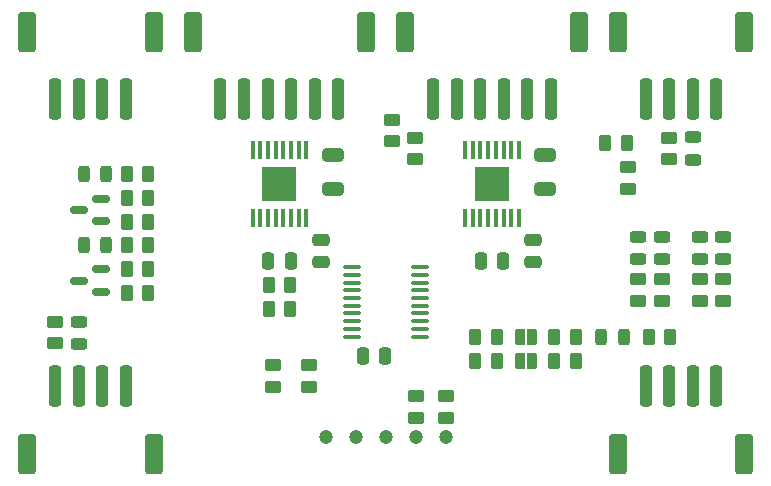
<source format=gbr>
%TF.GenerationSoftware,KiCad,Pcbnew,8.0.3*%
%TF.CreationDate,2024-07-02T20:09:31+01:00*%
%TF.ProjectId,Tims_I2C_Dual_Motor_Driver,54696d73-5f49-4324-935f-4475616c5f4d,rev?*%
%TF.SameCoordinates,Original*%
%TF.FileFunction,Soldermask,Top*%
%TF.FilePolarity,Negative*%
%FSLAX46Y46*%
G04 Gerber Fmt 4.6, Leading zero omitted, Abs format (unit mm)*
G04 Created by KiCad (PCBNEW 8.0.3) date 2024-07-02 20:09:31*
%MOMM*%
%LPD*%
G01*
G04 APERTURE LIST*
G04 Aperture macros list*
%AMRoundRect*
0 Rectangle with rounded corners*
0 $1 Rounding radius*
0 $2 $3 $4 $5 $6 $7 $8 $9 X,Y pos of 4 corners*
0 Add a 4 corners polygon primitive as box body*
4,1,4,$2,$3,$4,$5,$6,$7,$8,$9,$2,$3,0*
0 Add four circle primitives for the rounded corners*
1,1,$1+$1,$2,$3*
1,1,$1+$1,$4,$5*
1,1,$1+$1,$6,$7*
1,1,$1+$1,$8,$9*
0 Add four rect primitives between the rounded corners*
20,1,$1+$1,$2,$3,$4,$5,0*
20,1,$1+$1,$4,$5,$6,$7,0*
20,1,$1+$1,$6,$7,$8,$9,0*
20,1,$1+$1,$8,$9,$2,$3,0*%
%AMOutline5P*
0 Free polygon, 5 corners , with rotation*
0 The origin of the aperture is its center*
0 number of corners: always 5*
0 $1 to $10 corner X, Y*
0 $11 Rotation angle, in degrees counterclockwise*
0 create outline with 5 corners*
4,1,5,$1,$2,$3,$4,$5,$6,$7,$8,$9,$10,$1,$2,$11*%
%AMOutline6P*
0 Free polygon, 6 corners , with rotation*
0 The origin of the aperture is its center*
0 number of corners: always 6*
0 $1 to $12 corner X, Y*
0 $13 Rotation angle, in degrees counterclockwise*
0 create outline with 6 corners*
4,1,6,$1,$2,$3,$4,$5,$6,$7,$8,$9,$10,$11,$12,$1,$2,$13*%
%AMOutline7P*
0 Free polygon, 7 corners , with rotation*
0 The origin of the aperture is its center*
0 number of corners: always 7*
0 $1 to $14 corner X, Y*
0 $15 Rotation angle, in degrees counterclockwise*
0 create outline with 7 corners*
4,1,7,$1,$2,$3,$4,$5,$6,$7,$8,$9,$10,$11,$12,$13,$14,$1,$2,$15*%
%AMOutline8P*
0 Free polygon, 8 corners , with rotation*
0 The origin of the aperture is its center*
0 number of corners: always 8*
0 $1 to $16 corner X, Y*
0 $17 Rotation angle, in degrees counterclockwise*
0 create outline with 8 corners*
4,1,8,$1,$2,$3,$4,$5,$6,$7,$8,$9,$10,$11,$12,$13,$14,$15,$16,$1,$2,$17*%
G04 Aperture macros list end*
%ADD10RoundRect,0.250000X-0.450000X0.262500X-0.450000X-0.262500X0.450000X-0.262500X0.450000X0.262500X0*%
%ADD11RoundRect,0.100000X-0.100000X0.675000X-0.100000X-0.675000X0.100000X-0.675000X0.100000X0.675000X0*%
%ADD12R,3.000000X3.000000*%
%ADD13RoundRect,0.250000X0.475000X-0.250000X0.475000X0.250000X-0.475000X0.250000X-0.475000X-0.250000X0*%
%ADD14C,1.200000*%
%ADD15Outline6P,-0.400000X0.540000X-0.240000X0.700000X0.400000X0.700000X0.400000X-0.700000X-0.240000X-0.700000X-0.400000X-0.540000X0.000000*%
%ADD16Outline6P,-0.400000X0.700000X0.240000X0.700000X0.400000X0.540000X0.400000X-0.540000X0.240000X-0.700000X-0.400000X-0.700000X0.000000*%
%ADD17RoundRect,0.250000X0.262500X0.450000X-0.262500X0.450000X-0.262500X-0.450000X0.262500X-0.450000X0*%
%ADD18RoundRect,0.243750X0.243750X0.456250X-0.243750X0.456250X-0.243750X-0.456250X0.243750X-0.456250X0*%
%ADD19RoundRect,0.250000X-0.250000X-0.475000X0.250000X-0.475000X0.250000X0.475000X-0.250000X0.475000X0*%
%ADD20RoundRect,0.243750X0.456250X-0.243750X0.456250X0.243750X-0.456250X0.243750X-0.456250X-0.243750X0*%
%ADD21RoundRect,0.250000X-0.262500X-0.450000X0.262500X-0.450000X0.262500X0.450000X-0.262500X0.450000X0*%
%ADD22RoundRect,0.250000X-0.250000X-1.500000X0.250000X-1.500000X0.250000X1.500000X-0.250000X1.500000X0*%
%ADD23RoundRect,0.250001X-0.499999X-1.449999X0.499999X-1.449999X0.499999X1.449999X-0.499999X1.449999X0*%
%ADD24RoundRect,0.250000X0.450000X-0.262500X0.450000X0.262500X-0.450000X0.262500X-0.450000X-0.262500X0*%
%ADD25RoundRect,0.100000X-0.637500X-0.100000X0.637500X-0.100000X0.637500X0.100000X-0.637500X0.100000X0*%
%ADD26RoundRect,0.250000X0.250000X1.500000X-0.250000X1.500000X-0.250000X-1.500000X0.250000X-1.500000X0*%
%ADD27RoundRect,0.250001X0.499999X1.449999X-0.499999X1.449999X-0.499999X-1.449999X0.499999X-1.449999X0*%
%ADD28RoundRect,0.250000X0.250000X0.475000X-0.250000X0.475000X-0.250000X-0.475000X0.250000X-0.475000X0*%
%ADD29RoundRect,0.250000X0.650000X-0.325000X0.650000X0.325000X-0.650000X0.325000X-0.650000X-0.325000X0*%
%ADD30RoundRect,0.150000X0.587500X0.150000X-0.587500X0.150000X-0.587500X-0.150000X0.587500X-0.150000X0*%
%ADD31RoundRect,0.243750X-0.456250X0.243750X-0.456250X-0.243750X0.456250X-0.243750X0.456250X0.243750X0*%
G04 APERTURE END LIST*
D10*
%TO.C,R25*%
X182277500Y-96627500D03*
X182277500Y-98452500D03*
%TD*%
D11*
%TO.C,U2*%
X148952500Y-85665000D03*
X148302500Y-85665000D03*
X147652500Y-85665000D03*
X147002500Y-85665000D03*
X146352500Y-85665000D03*
X145702500Y-85665000D03*
X145052500Y-85665000D03*
X144402500Y-85665000D03*
X144402500Y-91415000D03*
X145052500Y-91415000D03*
X145702500Y-91415000D03*
X146352500Y-91415000D03*
X147002500Y-91415000D03*
X147652500Y-91415000D03*
X148302500Y-91415000D03*
X148952500Y-91415000D03*
D12*
X146677500Y-88540000D03*
%TD*%
D13*
%TO.C,C2*%
X168177500Y-95190000D03*
X168177500Y-93290000D03*
%TD*%
D14*
%TO.C,Pad5*%
X160757500Y-109970000D03*
%TD*%
D15*
%TO.C,JP2*%
X167077500Y-101540000D03*
D16*
X168077500Y-101540000D03*
%TD*%
D17*
%TO.C,R3*%
X135590000Y-91740000D03*
X133765000Y-91740000D03*
%TD*%
D14*
%TO.C,Pad3*%
X155677500Y-109970000D03*
%TD*%
D18*
%TO.C,D2*%
X132015000Y-93740000D03*
X130140000Y-93740000D03*
%TD*%
%TO.C,D9*%
X175815000Y-101540000D03*
X173940000Y-101540000D03*
%TD*%
D19*
%TO.C,C7*%
X153727500Y-103140000D03*
X155627500Y-103140000D03*
%TD*%
D20*
%TO.C,D5*%
X182277500Y-94877500D03*
X182277500Y-93002500D03*
%TD*%
D21*
%TO.C,R16*%
X163265000Y-101540000D03*
X165090000Y-101540000D03*
%TD*%
%TO.C,R14*%
X169965000Y-101540000D03*
X171790000Y-101540000D03*
%TD*%
D22*
%TO.C,J1*%
X127677500Y-105690000D03*
X129677500Y-105690000D03*
X131677500Y-105690000D03*
X133677500Y-105690000D03*
D23*
X125327500Y-111440000D03*
X136027500Y-111440000D03*
%TD*%
D14*
%TO.C,Pad2*%
X153137500Y-109970000D03*
%TD*%
D13*
%TO.C,C1*%
X150177500Y-95190000D03*
X150177500Y-93290000D03*
%TD*%
D24*
%TO.C,R19*%
X127677500Y-102052500D03*
X127677500Y-100227500D03*
%TD*%
D17*
%TO.C,R1*%
X135590000Y-89740000D03*
X133765000Y-89740000D03*
%TD*%
D20*
%TO.C,D3*%
X177077500Y-94877500D03*
X177077500Y-93002500D03*
%TD*%
D21*
%TO.C,R10*%
X145765000Y-99140000D03*
X147590000Y-99140000D03*
%TD*%
D15*
%TO.C,JP1*%
X167077500Y-103540000D03*
D16*
X168077500Y-103540000D03*
%TD*%
D25*
%TO.C,U1*%
X152815000Y-95615000D03*
X152815000Y-96265000D03*
X152815000Y-96915000D03*
X152815000Y-97565000D03*
X152815000Y-98215000D03*
X152815000Y-98865000D03*
X152815000Y-99515000D03*
X152815000Y-100165000D03*
X152815000Y-100815000D03*
X152815000Y-101465000D03*
X158540000Y-101465000D03*
X158540000Y-100815000D03*
X158540000Y-100165000D03*
X158540000Y-99515000D03*
X158540000Y-98865000D03*
X158540000Y-98215000D03*
X158540000Y-97565000D03*
X158540000Y-96915000D03*
X158540000Y-96265000D03*
X158540000Y-95615000D03*
%TD*%
D17*
%TO.C,R6*%
X176090000Y-85040000D03*
X174265000Y-85040000D03*
%TD*%
D26*
%TO.C,J5*%
X169677500Y-81390000D03*
X167677500Y-81390000D03*
X165677500Y-81390000D03*
X163677500Y-81390000D03*
X161677500Y-81390000D03*
X159677500Y-81390000D03*
D27*
X172027500Y-75640000D03*
X157327500Y-75640000D03*
%TD*%
D22*
%TO.C,J2*%
X177677500Y-105690000D03*
X179677500Y-105690000D03*
X181677500Y-105690000D03*
X183677500Y-105690000D03*
D23*
X175327500Y-111440000D03*
X186027500Y-111440000D03*
%TD*%
D10*
%TO.C,R27*%
X179677500Y-84627500D03*
X179677500Y-86452500D03*
%TD*%
D18*
%TO.C,D1*%
X132015000Y-87740000D03*
X130140000Y-87740000D03*
%TD*%
D17*
%TO.C,R12*%
X135590000Y-93740000D03*
X133765000Y-93740000D03*
%TD*%
D28*
%TO.C,C4*%
X165627500Y-95040000D03*
X163727500Y-95040000D03*
%TD*%
D10*
%TO.C,R15*%
X160757500Y-106517500D03*
X160757500Y-108342500D03*
%TD*%
D29*
%TO.C,C5*%
X169177500Y-89015000D03*
X169177500Y-86065000D03*
%TD*%
D10*
%TO.C,R26*%
X184277500Y-96627500D03*
X184277500Y-98452500D03*
%TD*%
D20*
%TO.C,D4*%
X179077500Y-94877500D03*
X179077500Y-93002500D03*
%TD*%
D30*
%TO.C,Q1*%
X131615000Y-91690000D03*
X131615000Y-89790000D03*
X129740000Y-90740000D03*
%TD*%
D29*
%TO.C,C6*%
X151177500Y-89015000D03*
X151177500Y-86065000D03*
%TD*%
D14*
%TO.C,Pad4*%
X158217500Y-109970000D03*
%TD*%
D10*
%TO.C,R24*%
X179077500Y-96627500D03*
X179077500Y-98452500D03*
%TD*%
D24*
%TO.C,R8*%
X176177500Y-88952500D03*
X176177500Y-87127500D03*
%TD*%
%TO.C,R21*%
X146177500Y-105702500D03*
X146177500Y-103877500D03*
%TD*%
D11*
%TO.C,U3*%
X166952500Y-85665000D03*
X166302500Y-85665000D03*
X165652500Y-85665000D03*
X165002500Y-85665000D03*
X164352500Y-85665000D03*
X163702500Y-85665000D03*
X163052500Y-85665000D03*
X162402500Y-85665000D03*
X162402500Y-91415000D03*
X163052500Y-91415000D03*
X163702500Y-91415000D03*
X164352500Y-91415000D03*
X165002500Y-91415000D03*
X165652500Y-91415000D03*
X166302500Y-91415000D03*
X166952500Y-91415000D03*
D12*
X164677500Y-88540000D03*
%TD*%
D17*
%TO.C,R17*%
X165090000Y-103540000D03*
X163265000Y-103540000D03*
%TD*%
D24*
%TO.C,R18*%
X158217500Y-108342500D03*
X158217500Y-106517500D03*
%TD*%
%TO.C,R7*%
X158177500Y-86452500D03*
X158177500Y-84627500D03*
%TD*%
D26*
%TO.C,J3*%
X133677500Y-81390000D03*
X131677500Y-81390000D03*
X129677500Y-81390000D03*
X127677500Y-81390000D03*
D27*
X136027500Y-75640000D03*
X125327500Y-75640000D03*
%TD*%
D30*
%TO.C,Q2*%
X131615000Y-97690000D03*
X131615000Y-95790000D03*
X129740000Y-96740000D03*
%TD*%
D10*
%TO.C,R23*%
X177077500Y-96627500D03*
X177077500Y-98452500D03*
%TD*%
D31*
%TO.C,D8*%
X129677500Y-100202500D03*
X129677500Y-102077500D03*
%TD*%
D14*
%TO.C,Pad1*%
X150597500Y-109970000D03*
%TD*%
D28*
%TO.C,C3*%
X147627500Y-95040000D03*
X145727500Y-95040000D03*
%TD*%
D26*
%TO.C,J6*%
X183677500Y-81390000D03*
X181677500Y-81390000D03*
X179677500Y-81390000D03*
X177677500Y-81390000D03*
D27*
X186027500Y-75640000D03*
X175327500Y-75640000D03*
%TD*%
D17*
%TO.C,R20*%
X179790000Y-101540000D03*
X177965000Y-101540000D03*
%TD*%
%TO.C,R4*%
X135590000Y-97740000D03*
X133765000Y-97740000D03*
%TD*%
D20*
%TO.C,D6*%
X184277500Y-94877500D03*
X184277500Y-93002500D03*
%TD*%
D21*
%TO.C,R13*%
X169965000Y-103540000D03*
X171790000Y-103540000D03*
%TD*%
D17*
%TO.C,R11*%
X135590000Y-87740000D03*
X133765000Y-87740000D03*
%TD*%
D20*
%TO.C,D7*%
X181677500Y-86477500D03*
X181677500Y-84602500D03*
%TD*%
D21*
%TO.C,R9*%
X145765000Y-97140000D03*
X147590000Y-97140000D03*
%TD*%
D17*
%TO.C,R2*%
X135590000Y-95740000D03*
X133765000Y-95740000D03*
%TD*%
D24*
%TO.C,R22*%
X149177500Y-105702500D03*
X149177500Y-103877500D03*
%TD*%
%TO.C,R5*%
X156177500Y-84952500D03*
X156177500Y-83127500D03*
%TD*%
D26*
%TO.C,J4*%
X151677500Y-81390000D03*
X149677500Y-81390000D03*
X147677500Y-81390000D03*
X145677500Y-81390000D03*
X143677500Y-81390000D03*
X141677500Y-81390000D03*
D27*
X154027500Y-75640000D03*
X139327500Y-75640000D03*
%TD*%
M02*

</source>
